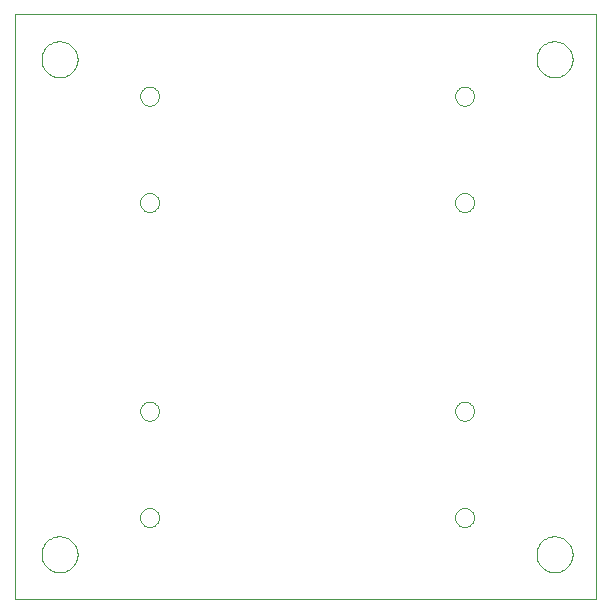
<source format=gbo>
G75*
G70*
%OFA0B0*%
%FSLAX24Y24*%
%IPPOS*%
%LPD*%
%AMOC8*
5,1,8,0,0,1.08239X$1,22.5*
%
%ADD10C,0.0000*%
D10*
X000000Y000000D02*
X000000Y019496D01*
X019370Y019496D01*
X019370Y000000D01*
X000000Y000000D01*
X000900Y001500D02*
X000902Y001549D01*
X000908Y001597D01*
X000918Y001645D01*
X000932Y001692D01*
X000949Y001738D01*
X000970Y001782D01*
X000995Y001824D01*
X001023Y001864D01*
X001055Y001902D01*
X001089Y001937D01*
X001126Y001969D01*
X001165Y001998D01*
X001207Y002024D01*
X001251Y002046D01*
X001296Y002064D01*
X001343Y002079D01*
X001390Y002090D01*
X001439Y002097D01*
X001488Y002100D01*
X001537Y002099D01*
X001585Y002094D01*
X001634Y002085D01*
X001681Y002072D01*
X001727Y002055D01*
X001771Y002035D01*
X001814Y002011D01*
X001855Y001984D01*
X001893Y001953D01*
X001929Y001920D01*
X001961Y001884D01*
X001991Y001845D01*
X002018Y001804D01*
X002041Y001760D01*
X002060Y001715D01*
X002076Y001669D01*
X002088Y001622D01*
X002096Y001573D01*
X002100Y001524D01*
X002100Y001476D01*
X002096Y001427D01*
X002088Y001378D01*
X002076Y001331D01*
X002060Y001285D01*
X002041Y001240D01*
X002018Y001196D01*
X001991Y001155D01*
X001961Y001116D01*
X001929Y001080D01*
X001893Y001047D01*
X001855Y001016D01*
X001814Y000989D01*
X001771Y000965D01*
X001727Y000945D01*
X001681Y000928D01*
X001634Y000915D01*
X001585Y000906D01*
X001537Y000901D01*
X001488Y000900D01*
X001439Y000903D01*
X001390Y000910D01*
X001343Y000921D01*
X001296Y000936D01*
X001251Y000954D01*
X001207Y000976D01*
X001165Y001002D01*
X001126Y001031D01*
X001089Y001063D01*
X001055Y001098D01*
X001023Y001136D01*
X000995Y001176D01*
X000970Y001218D01*
X000949Y001262D01*
X000932Y001308D01*
X000918Y001355D01*
X000908Y001403D01*
X000902Y001451D01*
X000900Y001500D01*
X004185Y002728D02*
X004187Y002763D01*
X004193Y002798D01*
X004203Y002832D01*
X004216Y002865D01*
X004233Y002896D01*
X004254Y002924D01*
X004277Y002951D01*
X004304Y002974D01*
X004332Y002995D01*
X004363Y003012D01*
X004396Y003025D01*
X004430Y003035D01*
X004465Y003041D01*
X004500Y003043D01*
X004535Y003041D01*
X004570Y003035D01*
X004604Y003025D01*
X004637Y003012D01*
X004668Y002995D01*
X004696Y002974D01*
X004723Y002951D01*
X004746Y002924D01*
X004767Y002896D01*
X004784Y002865D01*
X004797Y002832D01*
X004807Y002798D01*
X004813Y002763D01*
X004815Y002728D01*
X004813Y002693D01*
X004807Y002658D01*
X004797Y002624D01*
X004784Y002591D01*
X004767Y002560D01*
X004746Y002532D01*
X004723Y002505D01*
X004696Y002482D01*
X004668Y002461D01*
X004637Y002444D01*
X004604Y002431D01*
X004570Y002421D01*
X004535Y002415D01*
X004500Y002413D01*
X004465Y002415D01*
X004430Y002421D01*
X004396Y002431D01*
X004363Y002444D01*
X004332Y002461D01*
X004304Y002482D01*
X004277Y002505D01*
X004254Y002532D01*
X004233Y002560D01*
X004216Y002591D01*
X004203Y002624D01*
X004193Y002658D01*
X004187Y002693D01*
X004185Y002728D01*
X004185Y006272D02*
X004187Y006307D01*
X004193Y006342D01*
X004203Y006376D01*
X004216Y006409D01*
X004233Y006440D01*
X004254Y006468D01*
X004277Y006495D01*
X004304Y006518D01*
X004332Y006539D01*
X004363Y006556D01*
X004396Y006569D01*
X004430Y006579D01*
X004465Y006585D01*
X004500Y006587D01*
X004535Y006585D01*
X004570Y006579D01*
X004604Y006569D01*
X004637Y006556D01*
X004668Y006539D01*
X004696Y006518D01*
X004723Y006495D01*
X004746Y006468D01*
X004767Y006440D01*
X004784Y006409D01*
X004797Y006376D01*
X004807Y006342D01*
X004813Y006307D01*
X004815Y006272D01*
X004813Y006237D01*
X004807Y006202D01*
X004797Y006168D01*
X004784Y006135D01*
X004767Y006104D01*
X004746Y006076D01*
X004723Y006049D01*
X004696Y006026D01*
X004668Y006005D01*
X004637Y005988D01*
X004604Y005975D01*
X004570Y005965D01*
X004535Y005959D01*
X004500Y005957D01*
X004465Y005959D01*
X004430Y005965D01*
X004396Y005975D01*
X004363Y005988D01*
X004332Y006005D01*
X004304Y006026D01*
X004277Y006049D01*
X004254Y006076D01*
X004233Y006104D01*
X004216Y006135D01*
X004203Y006168D01*
X004193Y006202D01*
X004187Y006237D01*
X004185Y006272D01*
X004185Y013228D02*
X004187Y013263D01*
X004193Y013298D01*
X004203Y013332D01*
X004216Y013365D01*
X004233Y013396D01*
X004254Y013424D01*
X004277Y013451D01*
X004304Y013474D01*
X004332Y013495D01*
X004363Y013512D01*
X004396Y013525D01*
X004430Y013535D01*
X004465Y013541D01*
X004500Y013543D01*
X004535Y013541D01*
X004570Y013535D01*
X004604Y013525D01*
X004637Y013512D01*
X004668Y013495D01*
X004696Y013474D01*
X004723Y013451D01*
X004746Y013424D01*
X004767Y013396D01*
X004784Y013365D01*
X004797Y013332D01*
X004807Y013298D01*
X004813Y013263D01*
X004815Y013228D01*
X004813Y013193D01*
X004807Y013158D01*
X004797Y013124D01*
X004784Y013091D01*
X004767Y013060D01*
X004746Y013032D01*
X004723Y013005D01*
X004696Y012982D01*
X004668Y012961D01*
X004637Y012944D01*
X004604Y012931D01*
X004570Y012921D01*
X004535Y012915D01*
X004500Y012913D01*
X004465Y012915D01*
X004430Y012921D01*
X004396Y012931D01*
X004363Y012944D01*
X004332Y012961D01*
X004304Y012982D01*
X004277Y013005D01*
X004254Y013032D01*
X004233Y013060D01*
X004216Y013091D01*
X004203Y013124D01*
X004193Y013158D01*
X004187Y013193D01*
X004185Y013228D01*
X004185Y016772D02*
X004187Y016807D01*
X004193Y016842D01*
X004203Y016876D01*
X004216Y016909D01*
X004233Y016940D01*
X004254Y016968D01*
X004277Y016995D01*
X004304Y017018D01*
X004332Y017039D01*
X004363Y017056D01*
X004396Y017069D01*
X004430Y017079D01*
X004465Y017085D01*
X004500Y017087D01*
X004535Y017085D01*
X004570Y017079D01*
X004604Y017069D01*
X004637Y017056D01*
X004668Y017039D01*
X004696Y017018D01*
X004723Y016995D01*
X004746Y016968D01*
X004767Y016940D01*
X004784Y016909D01*
X004797Y016876D01*
X004807Y016842D01*
X004813Y016807D01*
X004815Y016772D01*
X004813Y016737D01*
X004807Y016702D01*
X004797Y016668D01*
X004784Y016635D01*
X004767Y016604D01*
X004746Y016576D01*
X004723Y016549D01*
X004696Y016526D01*
X004668Y016505D01*
X004637Y016488D01*
X004604Y016475D01*
X004570Y016465D01*
X004535Y016459D01*
X004500Y016457D01*
X004465Y016459D01*
X004430Y016465D01*
X004396Y016475D01*
X004363Y016488D01*
X004332Y016505D01*
X004304Y016526D01*
X004277Y016549D01*
X004254Y016576D01*
X004233Y016604D01*
X004216Y016635D01*
X004203Y016668D01*
X004193Y016702D01*
X004187Y016737D01*
X004185Y016772D01*
X000900Y018000D02*
X000902Y018049D01*
X000908Y018097D01*
X000918Y018145D01*
X000932Y018192D01*
X000949Y018238D01*
X000970Y018282D01*
X000995Y018324D01*
X001023Y018364D01*
X001055Y018402D01*
X001089Y018437D01*
X001126Y018469D01*
X001165Y018498D01*
X001207Y018524D01*
X001251Y018546D01*
X001296Y018564D01*
X001343Y018579D01*
X001390Y018590D01*
X001439Y018597D01*
X001488Y018600D01*
X001537Y018599D01*
X001585Y018594D01*
X001634Y018585D01*
X001681Y018572D01*
X001727Y018555D01*
X001771Y018535D01*
X001814Y018511D01*
X001855Y018484D01*
X001893Y018453D01*
X001929Y018420D01*
X001961Y018384D01*
X001991Y018345D01*
X002018Y018304D01*
X002041Y018260D01*
X002060Y018215D01*
X002076Y018169D01*
X002088Y018122D01*
X002096Y018073D01*
X002100Y018024D01*
X002100Y017976D01*
X002096Y017927D01*
X002088Y017878D01*
X002076Y017831D01*
X002060Y017785D01*
X002041Y017740D01*
X002018Y017696D01*
X001991Y017655D01*
X001961Y017616D01*
X001929Y017580D01*
X001893Y017547D01*
X001855Y017516D01*
X001814Y017489D01*
X001771Y017465D01*
X001727Y017445D01*
X001681Y017428D01*
X001634Y017415D01*
X001585Y017406D01*
X001537Y017401D01*
X001488Y017400D01*
X001439Y017403D01*
X001390Y017410D01*
X001343Y017421D01*
X001296Y017436D01*
X001251Y017454D01*
X001207Y017476D01*
X001165Y017502D01*
X001126Y017531D01*
X001089Y017563D01*
X001055Y017598D01*
X001023Y017636D01*
X000995Y017676D01*
X000970Y017718D01*
X000949Y017762D01*
X000932Y017808D01*
X000918Y017855D01*
X000908Y017903D01*
X000902Y017951D01*
X000900Y018000D01*
X014685Y016772D02*
X014687Y016807D01*
X014693Y016842D01*
X014703Y016876D01*
X014716Y016909D01*
X014733Y016940D01*
X014754Y016968D01*
X014777Y016995D01*
X014804Y017018D01*
X014832Y017039D01*
X014863Y017056D01*
X014896Y017069D01*
X014930Y017079D01*
X014965Y017085D01*
X015000Y017087D01*
X015035Y017085D01*
X015070Y017079D01*
X015104Y017069D01*
X015137Y017056D01*
X015168Y017039D01*
X015196Y017018D01*
X015223Y016995D01*
X015246Y016968D01*
X015267Y016940D01*
X015284Y016909D01*
X015297Y016876D01*
X015307Y016842D01*
X015313Y016807D01*
X015315Y016772D01*
X015313Y016737D01*
X015307Y016702D01*
X015297Y016668D01*
X015284Y016635D01*
X015267Y016604D01*
X015246Y016576D01*
X015223Y016549D01*
X015196Y016526D01*
X015168Y016505D01*
X015137Y016488D01*
X015104Y016475D01*
X015070Y016465D01*
X015035Y016459D01*
X015000Y016457D01*
X014965Y016459D01*
X014930Y016465D01*
X014896Y016475D01*
X014863Y016488D01*
X014832Y016505D01*
X014804Y016526D01*
X014777Y016549D01*
X014754Y016576D01*
X014733Y016604D01*
X014716Y016635D01*
X014703Y016668D01*
X014693Y016702D01*
X014687Y016737D01*
X014685Y016772D01*
X017400Y018000D02*
X017402Y018049D01*
X017408Y018097D01*
X017418Y018145D01*
X017432Y018192D01*
X017449Y018238D01*
X017470Y018282D01*
X017495Y018324D01*
X017523Y018364D01*
X017555Y018402D01*
X017589Y018437D01*
X017626Y018469D01*
X017665Y018498D01*
X017707Y018524D01*
X017751Y018546D01*
X017796Y018564D01*
X017843Y018579D01*
X017890Y018590D01*
X017939Y018597D01*
X017988Y018600D01*
X018037Y018599D01*
X018085Y018594D01*
X018134Y018585D01*
X018181Y018572D01*
X018227Y018555D01*
X018271Y018535D01*
X018314Y018511D01*
X018355Y018484D01*
X018393Y018453D01*
X018429Y018420D01*
X018461Y018384D01*
X018491Y018345D01*
X018518Y018304D01*
X018541Y018260D01*
X018560Y018215D01*
X018576Y018169D01*
X018588Y018122D01*
X018596Y018073D01*
X018600Y018024D01*
X018600Y017976D01*
X018596Y017927D01*
X018588Y017878D01*
X018576Y017831D01*
X018560Y017785D01*
X018541Y017740D01*
X018518Y017696D01*
X018491Y017655D01*
X018461Y017616D01*
X018429Y017580D01*
X018393Y017547D01*
X018355Y017516D01*
X018314Y017489D01*
X018271Y017465D01*
X018227Y017445D01*
X018181Y017428D01*
X018134Y017415D01*
X018085Y017406D01*
X018037Y017401D01*
X017988Y017400D01*
X017939Y017403D01*
X017890Y017410D01*
X017843Y017421D01*
X017796Y017436D01*
X017751Y017454D01*
X017707Y017476D01*
X017665Y017502D01*
X017626Y017531D01*
X017589Y017563D01*
X017555Y017598D01*
X017523Y017636D01*
X017495Y017676D01*
X017470Y017718D01*
X017449Y017762D01*
X017432Y017808D01*
X017418Y017855D01*
X017408Y017903D01*
X017402Y017951D01*
X017400Y018000D01*
X014685Y013228D02*
X014687Y013263D01*
X014693Y013298D01*
X014703Y013332D01*
X014716Y013365D01*
X014733Y013396D01*
X014754Y013424D01*
X014777Y013451D01*
X014804Y013474D01*
X014832Y013495D01*
X014863Y013512D01*
X014896Y013525D01*
X014930Y013535D01*
X014965Y013541D01*
X015000Y013543D01*
X015035Y013541D01*
X015070Y013535D01*
X015104Y013525D01*
X015137Y013512D01*
X015168Y013495D01*
X015196Y013474D01*
X015223Y013451D01*
X015246Y013424D01*
X015267Y013396D01*
X015284Y013365D01*
X015297Y013332D01*
X015307Y013298D01*
X015313Y013263D01*
X015315Y013228D01*
X015313Y013193D01*
X015307Y013158D01*
X015297Y013124D01*
X015284Y013091D01*
X015267Y013060D01*
X015246Y013032D01*
X015223Y013005D01*
X015196Y012982D01*
X015168Y012961D01*
X015137Y012944D01*
X015104Y012931D01*
X015070Y012921D01*
X015035Y012915D01*
X015000Y012913D01*
X014965Y012915D01*
X014930Y012921D01*
X014896Y012931D01*
X014863Y012944D01*
X014832Y012961D01*
X014804Y012982D01*
X014777Y013005D01*
X014754Y013032D01*
X014733Y013060D01*
X014716Y013091D01*
X014703Y013124D01*
X014693Y013158D01*
X014687Y013193D01*
X014685Y013228D01*
X014685Y006272D02*
X014687Y006307D01*
X014693Y006342D01*
X014703Y006376D01*
X014716Y006409D01*
X014733Y006440D01*
X014754Y006468D01*
X014777Y006495D01*
X014804Y006518D01*
X014832Y006539D01*
X014863Y006556D01*
X014896Y006569D01*
X014930Y006579D01*
X014965Y006585D01*
X015000Y006587D01*
X015035Y006585D01*
X015070Y006579D01*
X015104Y006569D01*
X015137Y006556D01*
X015168Y006539D01*
X015196Y006518D01*
X015223Y006495D01*
X015246Y006468D01*
X015267Y006440D01*
X015284Y006409D01*
X015297Y006376D01*
X015307Y006342D01*
X015313Y006307D01*
X015315Y006272D01*
X015313Y006237D01*
X015307Y006202D01*
X015297Y006168D01*
X015284Y006135D01*
X015267Y006104D01*
X015246Y006076D01*
X015223Y006049D01*
X015196Y006026D01*
X015168Y006005D01*
X015137Y005988D01*
X015104Y005975D01*
X015070Y005965D01*
X015035Y005959D01*
X015000Y005957D01*
X014965Y005959D01*
X014930Y005965D01*
X014896Y005975D01*
X014863Y005988D01*
X014832Y006005D01*
X014804Y006026D01*
X014777Y006049D01*
X014754Y006076D01*
X014733Y006104D01*
X014716Y006135D01*
X014703Y006168D01*
X014693Y006202D01*
X014687Y006237D01*
X014685Y006272D01*
X014685Y002728D02*
X014687Y002763D01*
X014693Y002798D01*
X014703Y002832D01*
X014716Y002865D01*
X014733Y002896D01*
X014754Y002924D01*
X014777Y002951D01*
X014804Y002974D01*
X014832Y002995D01*
X014863Y003012D01*
X014896Y003025D01*
X014930Y003035D01*
X014965Y003041D01*
X015000Y003043D01*
X015035Y003041D01*
X015070Y003035D01*
X015104Y003025D01*
X015137Y003012D01*
X015168Y002995D01*
X015196Y002974D01*
X015223Y002951D01*
X015246Y002924D01*
X015267Y002896D01*
X015284Y002865D01*
X015297Y002832D01*
X015307Y002798D01*
X015313Y002763D01*
X015315Y002728D01*
X015313Y002693D01*
X015307Y002658D01*
X015297Y002624D01*
X015284Y002591D01*
X015267Y002560D01*
X015246Y002532D01*
X015223Y002505D01*
X015196Y002482D01*
X015168Y002461D01*
X015137Y002444D01*
X015104Y002431D01*
X015070Y002421D01*
X015035Y002415D01*
X015000Y002413D01*
X014965Y002415D01*
X014930Y002421D01*
X014896Y002431D01*
X014863Y002444D01*
X014832Y002461D01*
X014804Y002482D01*
X014777Y002505D01*
X014754Y002532D01*
X014733Y002560D01*
X014716Y002591D01*
X014703Y002624D01*
X014693Y002658D01*
X014687Y002693D01*
X014685Y002728D01*
X017400Y001500D02*
X017402Y001549D01*
X017408Y001597D01*
X017418Y001645D01*
X017432Y001692D01*
X017449Y001738D01*
X017470Y001782D01*
X017495Y001824D01*
X017523Y001864D01*
X017555Y001902D01*
X017589Y001937D01*
X017626Y001969D01*
X017665Y001998D01*
X017707Y002024D01*
X017751Y002046D01*
X017796Y002064D01*
X017843Y002079D01*
X017890Y002090D01*
X017939Y002097D01*
X017988Y002100D01*
X018037Y002099D01*
X018085Y002094D01*
X018134Y002085D01*
X018181Y002072D01*
X018227Y002055D01*
X018271Y002035D01*
X018314Y002011D01*
X018355Y001984D01*
X018393Y001953D01*
X018429Y001920D01*
X018461Y001884D01*
X018491Y001845D01*
X018518Y001804D01*
X018541Y001760D01*
X018560Y001715D01*
X018576Y001669D01*
X018588Y001622D01*
X018596Y001573D01*
X018600Y001524D01*
X018600Y001476D01*
X018596Y001427D01*
X018588Y001378D01*
X018576Y001331D01*
X018560Y001285D01*
X018541Y001240D01*
X018518Y001196D01*
X018491Y001155D01*
X018461Y001116D01*
X018429Y001080D01*
X018393Y001047D01*
X018355Y001016D01*
X018314Y000989D01*
X018271Y000965D01*
X018227Y000945D01*
X018181Y000928D01*
X018134Y000915D01*
X018085Y000906D01*
X018037Y000901D01*
X017988Y000900D01*
X017939Y000903D01*
X017890Y000910D01*
X017843Y000921D01*
X017796Y000936D01*
X017751Y000954D01*
X017707Y000976D01*
X017665Y001002D01*
X017626Y001031D01*
X017589Y001063D01*
X017555Y001098D01*
X017523Y001136D01*
X017495Y001176D01*
X017470Y001218D01*
X017449Y001262D01*
X017432Y001308D01*
X017418Y001355D01*
X017408Y001403D01*
X017402Y001451D01*
X017400Y001500D01*
M02*

</source>
